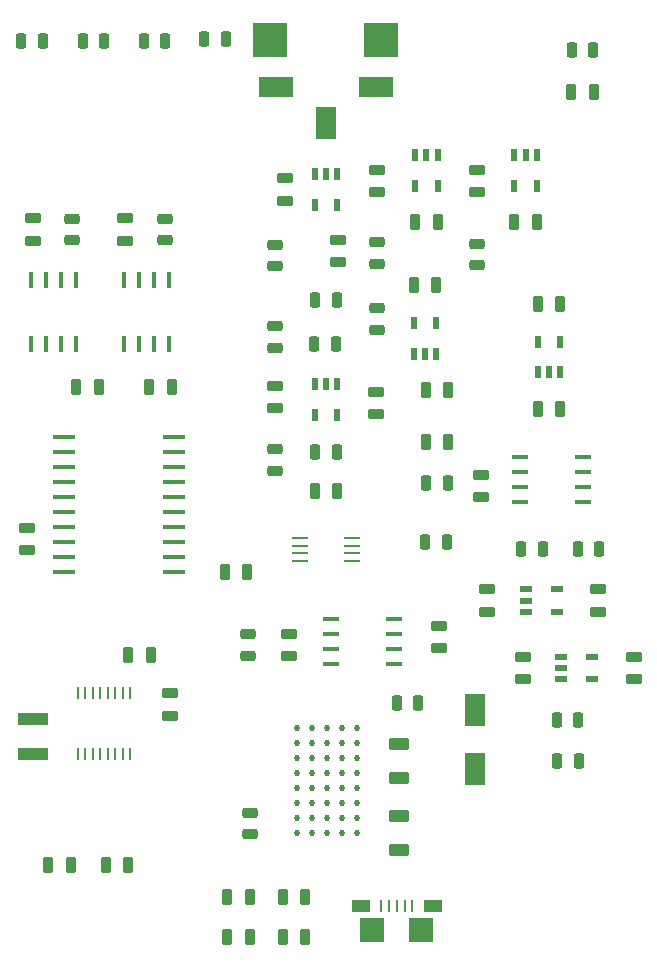
<source format=gtp>
G04 #@! TF.GenerationSoftware,KiCad,Pcbnew,7.0.11+1*
G04 #@! TF.CreationDate,2024-05-07T09:39:49-04:00*
G04 #@! TF.ProjectId,mystat,6d797374-6174-42e6-9b69-6361645f7063,rev?*
G04 #@! TF.SameCoordinates,Original*
G04 #@! TF.FileFunction,Paste,Top*
G04 #@! TF.FilePolarity,Positive*
%FSLAX46Y46*%
G04 Gerber Fmt 4.6, Leading zero omitted, Abs format (unit mm)*
G04 Created by KiCad (PCBNEW 7.0.11+1) date 2024-05-07 09:39:49*
%MOMM*%
%LPD*%
G01*
G04 APERTURE LIST*
G04 Aperture macros list*
%AMRoundRect*
0 Rectangle with rounded corners*
0 $1 Rounding radius*
0 $2 $3 $4 $5 $6 $7 $8 $9 X,Y pos of 4 corners*
0 Add a 4 corners polygon primitive as box body*
4,1,4,$2,$3,$4,$5,$6,$7,$8,$9,$2,$3,0*
0 Add four circle primitives for the rounded corners*
1,1,$1+$1,$2,$3*
1,1,$1+$1,$4,$5*
1,1,$1+$1,$6,$7*
1,1,$1+$1,$8,$9*
0 Add four rect primitives between the rounded corners*
20,1,$1+$1,$2,$3,$4,$5,0*
20,1,$1+$1,$4,$5,$6,$7,0*
20,1,$1+$1,$6,$7,$8,$9,0*
20,1,$1+$1,$8,$9,$2,$3,0*%
G04 Aperture macros list end*
%ADD10RoundRect,0.224600X-0.449600X0.224600X-0.449600X-0.224600X0.449600X-0.224600X0.449600X0.224600X0*%
%ADD11RoundRect,0.224600X0.449600X-0.224600X0.449600X0.224600X-0.449600X0.224600X-0.449600X-0.224600X0*%
%ADD12RoundRect,0.224600X-0.224600X-0.449600X0.224600X-0.449600X0.224600X0.449600X-0.224600X0.449600X0*%
%ADD13RoundRect,0.227913X1.071287X-0.296287X1.071287X0.296287X-1.071287X0.296287X-1.071287X-0.296287X0*%
%ADD14RoundRect,0.224600X0.224600X0.449600X-0.224600X0.449600X-0.224600X-0.449600X0.224600X-0.449600X0*%
%ADD15RoundRect,0.225220X0.236480X0.423980X-0.236480X0.423980X-0.236480X-0.423980X0.236480X-0.423980X0*%
%ADD16RoundRect,0.225220X-0.236480X-0.423980X0.236480X-0.423980X0.236480X0.423980X-0.236480X0.423980X0*%
%ADD17RoundRect,0.225220X0.423980X-0.236480X0.423980X0.236480X-0.423980X0.236480X-0.423980X-0.236480X0*%
%ADD18RoundRect,0.225220X-0.423980X0.236480X-0.423980X-0.236480X0.423980X-0.236480X0.423980X0.236480X0*%
%ADD19R,1.698400X2.698400*%
%ADD20R,2.898400X1.698400*%
%ADD21R,2.898400X2.898400*%
%ADD22R,1.676400X2.819400*%
%ADD23C,0.523400*%
%ADD24RoundRect,0.227913X0.621287X-0.296287X0.621287X0.296287X-0.621287X0.296287X-0.621287X-0.296287X0*%
%ADD25RoundRect,0.227913X-0.621287X0.296287X-0.621287X-0.296287X0.621287X-0.296287X0.621287X0.296287X0*%
%ADD26R,0.448400X1.448400*%
%ADD27R,0.398400X1.448400*%
%ADD28R,1.448400X0.448400*%
%ADD29R,1.448400X0.398400*%
%ADD30R,1.348400X0.278400*%
%ADD31R,1.378400X0.248400*%
%ADD32R,0.198400X1.098400*%
%ADD33R,0.248400X1.098400*%
%ADD34R,1.648400X1.098400*%
%ADD35R,2.098400X2.098400*%
%ADD36R,1.118400X0.518400*%
%ADD37R,1.948400X0.448400*%
%ADD38R,0.498400X0.998400*%
G04 APERTURE END LIST*
D10*
X96647593Y-104990368D03*
X96647593Y-106890368D03*
D11*
X106047593Y-106890368D03*
X106047593Y-104990368D03*
D10*
X54660800Y-94046000D03*
X54660800Y-95946000D03*
D11*
X55207733Y-69750440D03*
X55207733Y-67850440D03*
D12*
X58850000Y-82100000D03*
X60750000Y-82100000D03*
D11*
X89600000Y-104250000D03*
X89600000Y-102350000D03*
D10*
X76867972Y-103050000D03*
X76867972Y-104950000D03*
D13*
X55191708Y-113184399D03*
X55191708Y-110234399D03*
D14*
X66950000Y-82100000D03*
X65050000Y-82100000D03*
D11*
X63000000Y-69750000D03*
X63000000Y-67850000D03*
D14*
X65150000Y-104800000D03*
X63250000Y-104800000D03*
D10*
X66800000Y-108050000D03*
X66800000Y-109950000D03*
X93100000Y-89550000D03*
X93100000Y-91450000D03*
D12*
X97950000Y-84000000D03*
X99850000Y-84000000D03*
X87550000Y-68200000D03*
X89450000Y-68200000D03*
X87450000Y-73500000D03*
X89350000Y-73500000D03*
D11*
X84300000Y-65650000D03*
X84300000Y-63750000D03*
D12*
X95950000Y-68200000D03*
X97850000Y-68200000D03*
X88450000Y-82400000D03*
X90350000Y-82400000D03*
D11*
X92800000Y-65650000D03*
X92800000Y-63750000D03*
D14*
X90350000Y-86800000D03*
X88450000Y-86800000D03*
D11*
X84200000Y-84450000D03*
X84200000Y-82550000D03*
X81000000Y-71550000D03*
X81000000Y-69650000D03*
D10*
X76500000Y-64450000D03*
X76500000Y-66350000D03*
D12*
X79050000Y-90900000D03*
X80950000Y-90900000D03*
D15*
X101412500Y-113800000D03*
X99587500Y-113800000D03*
D16*
X99535093Y-110340368D03*
X101360093Y-110340368D03*
D17*
X58507733Y-69712940D03*
X58507733Y-67887940D03*
D18*
X73367972Y-103087500D03*
X73367972Y-104912500D03*
X66400000Y-67887500D03*
X66400000Y-69712500D03*
D16*
X100787500Y-53600000D03*
X102612500Y-53600000D03*
D15*
X90212500Y-95300000D03*
X88387500Y-95300000D03*
D17*
X84300000Y-71712500D03*
X84300000Y-69887500D03*
D18*
X84300000Y-75487500D03*
X84300000Y-77312500D03*
D17*
X92800000Y-71812500D03*
X92800000Y-69987500D03*
D16*
X88487500Y-90300000D03*
X90312500Y-90300000D03*
D15*
X56012500Y-52800000D03*
X54187500Y-52800000D03*
D18*
X75700000Y-76987500D03*
X75700000Y-78812500D03*
D15*
X80812500Y-78500000D03*
X78987500Y-78500000D03*
X71512500Y-52700000D03*
X69687500Y-52700000D03*
D16*
X79087500Y-87600000D03*
X80912500Y-87600000D03*
D18*
X75700000Y-87387500D03*
X75700000Y-89212500D03*
D17*
X75700000Y-71912500D03*
X75700000Y-70087500D03*
D15*
X66412500Y-52800000D03*
X64587500Y-52800000D03*
X61212500Y-52800000D03*
X59387500Y-52800000D03*
D12*
X61341708Y-122609399D03*
X63241708Y-122609399D03*
X100750000Y-57200000D03*
X102650000Y-57200000D03*
D14*
X99850000Y-75100000D03*
X97950000Y-75100000D03*
D16*
X79087500Y-74800000D03*
X80912500Y-74800000D03*
D19*
X80000000Y-59750000D03*
D20*
X75800000Y-56750000D03*
X84200000Y-56750000D03*
D21*
X84700000Y-52750000D03*
X75300000Y-52750000D03*
D22*
X92600000Y-114501900D03*
X92600000Y-109498100D03*
D18*
X73550000Y-118187500D03*
X73550000Y-120012500D03*
D23*
X77540943Y-111042404D03*
X78810943Y-111042404D03*
X80080943Y-111042404D03*
X81350943Y-111042404D03*
X82620943Y-111042404D03*
X77540943Y-112312404D03*
X78810943Y-112312404D03*
X80080943Y-112312404D03*
X81350943Y-112312404D03*
X82620943Y-112312404D03*
X77540943Y-113582404D03*
X78810943Y-113582404D03*
X80080943Y-113582404D03*
X81350943Y-113582404D03*
X82620943Y-113582404D03*
X77540943Y-114852404D03*
X78810943Y-114852404D03*
X80080943Y-114852404D03*
X81350943Y-114852404D03*
X82620943Y-114852404D03*
X77540943Y-116122404D03*
X78810943Y-116122404D03*
X80080943Y-116122404D03*
X81350943Y-116122404D03*
X82620943Y-116122404D03*
X77540943Y-117392404D03*
X78810943Y-117392404D03*
X80080943Y-117392404D03*
X81350943Y-117392404D03*
X82620943Y-117392404D03*
X77540943Y-118662404D03*
X78810943Y-118662404D03*
X80080943Y-118662404D03*
X81350943Y-118662404D03*
X82620943Y-118662404D03*
X77540943Y-119932404D03*
X78810943Y-119932404D03*
X80080943Y-119932404D03*
X81350943Y-119932404D03*
X82620943Y-119932404D03*
D24*
X86200000Y-121375000D03*
X86200000Y-118425000D03*
D25*
X86200000Y-112325000D03*
X86200000Y-115275000D03*
D11*
X103026497Y-101166761D03*
X103026497Y-99266761D03*
D10*
X93626497Y-99266761D03*
X93626497Y-101166761D03*
D16*
X101313997Y-95816761D03*
X103138997Y-95816761D03*
X96513997Y-95816761D03*
X98338997Y-95816761D03*
D14*
X78250000Y-128700000D03*
X76350000Y-128700000D03*
D12*
X71650000Y-125300000D03*
X73550000Y-125300000D03*
X71650000Y-128700000D03*
X73550000Y-128700000D03*
X76350000Y-125300000D03*
X78250000Y-125300000D03*
D26*
X66744605Y-73080739D03*
D27*
X65474605Y-73080739D03*
X64204605Y-73080739D03*
X62934605Y-73080739D03*
D26*
X62934605Y-78480739D03*
X64204605Y-78480739D03*
X65474605Y-78480739D03*
X66744605Y-78480739D03*
X58812733Y-73100440D03*
D27*
X57542733Y-73100440D03*
X56272733Y-73100440D03*
X55002733Y-73100440D03*
D26*
X55002733Y-78500440D03*
X56272733Y-78500440D03*
X57542733Y-78500440D03*
X58812733Y-78500440D03*
D28*
X85800000Y-105605000D03*
D29*
X85800000Y-104335000D03*
X85800000Y-103065000D03*
X85800000Y-101795000D03*
D28*
X80400000Y-101795000D03*
X80400000Y-103065000D03*
X80400000Y-104335000D03*
X80400000Y-105605000D03*
D30*
X82200000Y-96875000D03*
X82200000Y-96225000D03*
X82200000Y-95575000D03*
X82200000Y-94925000D03*
X77800000Y-94925000D03*
D31*
X77800000Y-95575000D03*
D30*
X77800000Y-96225000D03*
X77800000Y-96875000D03*
D32*
X58969208Y-113209399D03*
X59604208Y-113209399D03*
X60239208Y-113209399D03*
X60874208Y-113209399D03*
X61509208Y-113209399D03*
X62144208Y-113209399D03*
X62779208Y-113209399D03*
X63414208Y-113209399D03*
X63414208Y-108009399D03*
X62779208Y-108009399D03*
X62144208Y-108009399D03*
X61509208Y-108009399D03*
X60874208Y-108009399D03*
X60239208Y-108009399D03*
X59604208Y-108009399D03*
X58969208Y-108009399D03*
D28*
X101800000Y-91905000D03*
D29*
X101800000Y-90635000D03*
X101800000Y-89365000D03*
X101800000Y-88095000D03*
D28*
X96400000Y-88095000D03*
X96400000Y-89365000D03*
X96400000Y-90635000D03*
X96400000Y-91905000D03*
D33*
X84700000Y-126100000D03*
X85350000Y-126100000D03*
X86000000Y-126100000D03*
X86650000Y-126100000D03*
X87300000Y-126100000D03*
D34*
X82925000Y-126100000D03*
X89075000Y-126100000D03*
D35*
X83925000Y-128150000D03*
X88075000Y-128150000D03*
D10*
X75700000Y-82050000D03*
X75700000Y-83950000D03*
D14*
X58400000Y-122590000D03*
X56500000Y-122590000D03*
D16*
X85987500Y-108900000D03*
X87812500Y-108900000D03*
D12*
X71450000Y-97800000D03*
X73350000Y-97800000D03*
D36*
X96916497Y-99266761D03*
X96916497Y-100216761D03*
X96916497Y-101166761D03*
X99536497Y-101166761D03*
X99536497Y-99266761D03*
X99937593Y-104990368D03*
X99937593Y-105940368D03*
X99937593Y-106890368D03*
X102557593Y-106890368D03*
X102557593Y-104990368D03*
D37*
X67150000Y-97815000D03*
X67150000Y-96545000D03*
X67150000Y-95275000D03*
X67150000Y-94005000D03*
X67150000Y-92735000D03*
X67150000Y-91465000D03*
X67150000Y-90195000D03*
X67150000Y-88925000D03*
X67150000Y-87655000D03*
X67150000Y-86385000D03*
X57850000Y-86385000D03*
X57850000Y-87655000D03*
X57850000Y-88925000D03*
X57850000Y-90195000D03*
X57850000Y-91465000D03*
X57850000Y-92735000D03*
X57850000Y-94005000D03*
X57850000Y-95275000D03*
X57850000Y-96545000D03*
X57850000Y-97815000D03*
D38*
X97950000Y-80900000D03*
X98900000Y-80900000D03*
X99850000Y-80900000D03*
X99850000Y-78300000D03*
X97950000Y-78300000D03*
X89450000Y-62500000D03*
X88500000Y-62500000D03*
X87550000Y-62500000D03*
X87550000Y-65100000D03*
X89450000Y-65100000D03*
X87450000Y-79300000D03*
X88400000Y-79300000D03*
X89350000Y-79300000D03*
X89350000Y-76700000D03*
X87450000Y-76700000D03*
X97850000Y-62500000D03*
X96900000Y-62500000D03*
X95950000Y-62500000D03*
X95950000Y-65100000D03*
X97850000Y-65100000D03*
X80950000Y-81900000D03*
X80000000Y-81900000D03*
X79050000Y-81900000D03*
X79050000Y-84500000D03*
X80950000Y-84500000D03*
X80950000Y-64100000D03*
X80000000Y-64100000D03*
X79050000Y-64100000D03*
X79050000Y-66700000D03*
X80950000Y-66700000D03*
M02*

</source>
